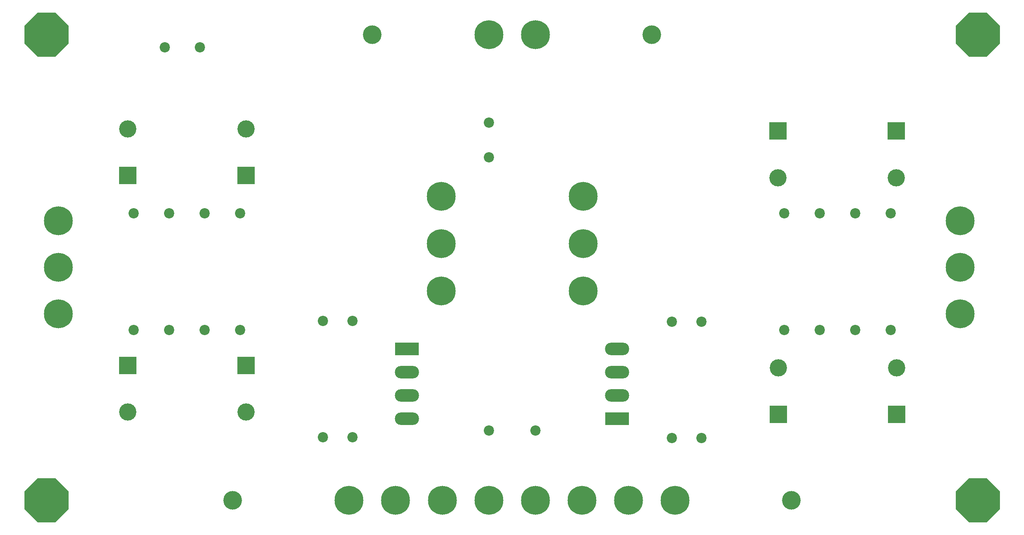
<source format=gbr>
G04 DipTrace 3.3.1.3*
G04 BottomMask.gbr*
%MOMM*%
G04 #@! TF.FileFunction,Soldermask,Bot*
G04 #@! TF.Part,Single*
%AMOUTLINE1*
4,1,8,
4.7194,1.95485,
4.7194,-1.95485,
1.95485,-4.7194,
-1.95485,-4.7194,
-4.7194,-1.95485,
-4.7194,1.95485,
-1.95485,4.7194,
1.95485,4.7194,
4.7194,1.95485,
0*%
%ADD13C,4.0*%
%ADD28C,2.2*%
%ADD30R,3.7X3.7*%
%ADD32C,3.7*%
%ADD34R,5.2X2.7*%
%ADD36O,5.2X2.7*%
%ADD38C,6.2*%
%ADD44OUTLINE1*%
%FSLAX35Y35*%
G04*
G71*
G90*
G75*
G01*
G04 BotMask*
%LPD*%
D38*
X11422000Y11651500D3*
X12422000D3*
X9422000Y1651500D3*
D36*
X9668000Y3901500D3*
Y4401500D3*
Y3401500D3*
D34*
Y4901500D3*
D36*
X14176000Y4401500D3*
Y3901500D3*
Y4901500D3*
D34*
Y3401500D3*
D32*
X3667000Y3548767D3*
D30*
Y4548767D3*
D32*
X6207000Y3548767D3*
D30*
Y4548767D3*
D32*
X3667000Y9628767D3*
D30*
Y8628767D3*
D32*
X6207000Y9628767D3*
D30*
Y8628767D3*
D32*
X17637000Y4492500D3*
D30*
Y3492500D3*
D32*
X20177000Y4492500D3*
D30*
Y3492500D3*
D32*
X17629000Y8580500D3*
D30*
Y9580500D3*
D32*
X20169000Y8580500D3*
D30*
Y9580500D3*
D28*
X11422000Y3151500D3*
X12422000D3*
D44*
X1922000Y11651500D3*
Y1651500D3*
X21922000Y11651500D3*
Y1651500D3*
D38*
X11422000D3*
X12422000D3*
D13*
X14922000Y11651500D3*
X17922000Y1651500D3*
X8922000Y11651500D3*
X5922000Y1651500D3*
D38*
X10422000D3*
X13422000D3*
X15422000D3*
X10398000Y7159500D3*
Y6143500D3*
X13446000D3*
Y7159500D3*
X10398000Y8175500D3*
X13446000D3*
X2176000Y6651500D3*
X21541000D3*
D28*
X7858000Y3004500D3*
Y5504500D3*
X8493000Y3004500D3*
Y5504500D3*
X3794000Y7810500D3*
Y5310500D3*
X4556000Y7810500D3*
Y5310500D3*
X5318000Y7810500D3*
Y5310500D3*
X6080000Y7810500D3*
Y5310500D3*
X15351000Y5484500D3*
Y2984500D3*
X15986000Y5484500D3*
Y2984500D3*
X17764000Y7810500D3*
Y5310500D3*
X18526000Y7810500D3*
Y5310500D3*
X19288000Y7810500D3*
Y5310500D3*
X20050000Y7810500D3*
Y5310500D3*
D38*
X8422000Y1651500D3*
D28*
X11422000Y9014500D3*
Y9764500D3*
X5215000Y11376500D3*
X4465000D3*
D38*
X2176000Y7651500D3*
X21541000Y5651500D3*
X2176000D3*
X21541000Y7651500D3*
X14422000Y1651500D3*
M02*

</source>
